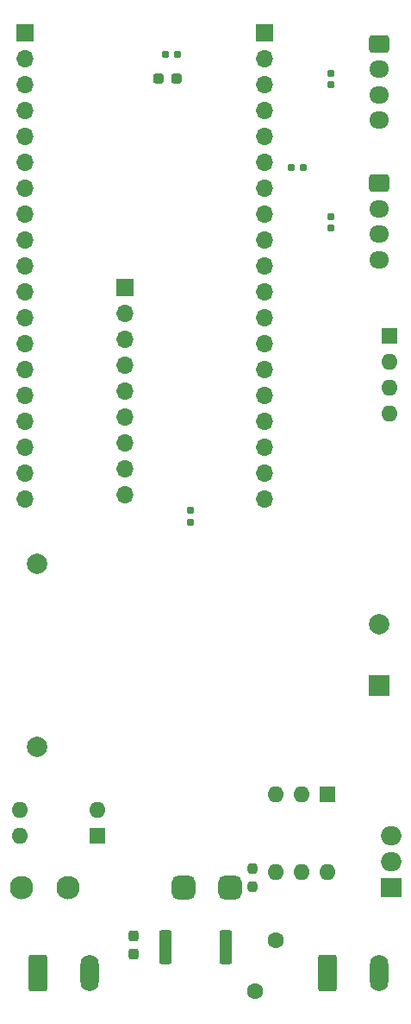
<source format=gbr>
%TF.GenerationSoftware,KiCad,Pcbnew,8.0.0*%
%TF.CreationDate,2024-02-27T14:42:45+08:00*%
%TF.ProjectId,esp32_temperature_controller,65737033-325f-4746-956d-706572617475,rev?*%
%TF.SameCoordinates,PX50e7ea0PY815a420*%
%TF.FileFunction,Soldermask,Top*%
%TF.FilePolarity,Negative*%
%FSLAX46Y46*%
G04 Gerber Fmt 4.6, Leading zero omitted, Abs format (unit mm)*
G04 Created by KiCad (PCBNEW 8.0.0) date 2024-02-27 14:42:45*
%MOMM*%
%LPD*%
G01*
G04 APERTURE LIST*
G04 Aperture macros list*
%AMRoundRect*
0 Rectangle with rounded corners*
0 $1 Rounding radius*
0 $2 $3 $4 $5 $6 $7 $8 $9 X,Y pos of 4 corners*
0 Add a 4 corners polygon primitive as box body*
4,1,4,$2,$3,$4,$5,$6,$7,$8,$9,$2,$3,0*
0 Add four circle primitives for the rounded corners*
1,1,$1+$1,$2,$3*
1,1,$1+$1,$4,$5*
1,1,$1+$1,$6,$7*
1,1,$1+$1,$8,$9*
0 Add four rect primitives between the rounded corners*
20,1,$1+$1,$2,$3,$4,$5,0*
20,1,$1+$1,$4,$5,$6,$7,0*
20,1,$1+$1,$6,$7,$8,$9,0*
20,1,$1+$1,$8,$9,$2,$3,0*%
G04 Aperture macros list end*
%ADD10R,1.600000X1.600000*%
%ADD11O,1.600000X1.600000*%
%ADD12RoundRect,0.160000X0.197500X0.160000X-0.197500X0.160000X-0.197500X-0.160000X0.197500X-0.160000X0*%
%ADD13RoundRect,0.250000X0.362500X1.425000X-0.362500X1.425000X-0.362500X-1.425000X0.362500X-1.425000X0*%
%ADD14C,1.600000*%
%ADD15RoundRect,0.250000X-0.725000X0.600000X-0.725000X-0.600000X0.725000X-0.600000X0.725000X0.600000X0*%
%ADD16O,1.950000X1.700000*%
%ADD17RoundRect,0.250000X-0.650000X-1.550000X0.650000X-1.550000X0.650000X1.550000X-0.650000X1.550000X0*%
%ADD18O,1.800000X3.600000*%
%ADD19RoundRect,0.155000X0.155000X-0.212500X0.155000X0.212500X-0.155000X0.212500X-0.155000X-0.212500X0*%
%ADD20RoundRect,0.237500X0.287500X0.237500X-0.287500X0.237500X-0.287500X-0.237500X0.287500X-0.237500X0*%
%ADD21RoundRect,0.237500X-0.237500X0.250000X-0.237500X-0.250000X0.237500X-0.250000X0.237500X0.250000X0*%
%ADD22RoundRect,0.237500X-0.237500X0.287500X-0.237500X-0.287500X0.237500X-0.287500X0.237500X0.287500X0*%
%ADD23RoundRect,0.160000X0.160000X-0.197500X0.160000X0.197500X-0.160000X0.197500X-0.160000X-0.197500X0*%
%ADD24RoundRect,0.575000X0.575000X0.575000X-0.575000X0.575000X-0.575000X-0.575000X0.575000X-0.575000X0*%
%ADD25C,2.300000*%
%ADD26R,2.000000X2.000000*%
%ADD27C,2.000000*%
%ADD28R,2.000000X1.905000*%
%ADD29O,2.000000X1.905000*%
%ADD30R,1.700000X1.700000*%
%ADD31O,1.700000X1.700000*%
G04 APERTURE END LIST*
D10*
%TO.C,U4*%
X31735000Y21072000D03*
D11*
X29195000Y21072000D03*
X26655000Y21072000D03*
X26655000Y13452000D03*
X29195000Y13452000D03*
X31735000Y13452000D03*
%TD*%
D12*
%TO.C,R9*%
X29414000Y82536000D03*
X28219000Y82536000D03*
%TD*%
D13*
%TO.C,R6*%
X21758500Y6096000D03*
X15833500Y6096000D03*
%TD*%
D14*
%TO.C,RV1*%
X24638000Y1778000D03*
X26638000Y6778000D03*
%TD*%
D15*
%TO.C,J6*%
X36830000Y81026000D03*
D16*
X36830000Y78526000D03*
X36830000Y76026000D03*
X36830000Y73526000D03*
%TD*%
D17*
%TO.C,J3*%
X3302000Y3556000D03*
D18*
X8382000Y3556000D03*
%TD*%
D19*
%TO.C,C5*%
X32064000Y90668500D03*
X32064000Y91803500D03*
%TD*%
D17*
%TO.C,J4*%
X31750000Y3556000D03*
D18*
X36830000Y3556000D03*
%TD*%
D15*
%TO.C,J5*%
X36830000Y94702000D03*
D16*
X36830000Y92202000D03*
X36830000Y89702000D03*
X36830000Y87202000D03*
%TD*%
D20*
%TO.C,D7*%
X16939000Y91286000D03*
X15189000Y91286000D03*
%TD*%
D21*
%TO.C,R1*%
X24384000Y13866500D03*
X24384000Y12041500D03*
%TD*%
D12*
%TO.C,R10*%
X17011500Y93636000D03*
X15816500Y93636000D03*
%TD*%
D22*
%TO.C,D6*%
X12700000Y7225000D03*
X12700000Y5475000D03*
%TD*%
D19*
%TO.C,C8*%
X32064000Y76618500D03*
X32064000Y77753500D03*
%TD*%
D10*
%TO.C,U3*%
X9134000Y17013000D03*
D11*
X9134000Y19553000D03*
X1514000Y19553000D03*
X1514000Y17013000D03*
%TD*%
D10*
%TO.C,J7*%
X37846000Y66070000D03*
D11*
X37846000Y63530000D03*
X37846000Y60990000D03*
X37846000Y58450000D03*
%TD*%
D23*
%TO.C,R4*%
X18264000Y47788500D03*
X18264000Y48983500D03*
%TD*%
D24*
%TO.C,F1*%
X22188000Y11938000D03*
X17588000Y11938000D03*
D25*
X6288000Y11938000D03*
X1688000Y11938000D03*
%TD*%
D26*
%TO.C,PS1*%
X36830000Y31750000D03*
D27*
X36830000Y37750000D03*
X3230000Y25750000D03*
X3230000Y43750000D03*
%TD*%
D28*
%TO.C,D5*%
X38029000Y11938000D03*
D29*
X38029000Y14478000D03*
X38029000Y17018000D03*
%TD*%
D30*
%TO.C,J8*%
X11864000Y70806000D03*
D31*
X11864000Y68266000D03*
X11864000Y65726000D03*
X11864000Y63186000D03*
X11864000Y60646000D03*
X11864000Y58106000D03*
X11864000Y55566000D03*
X11864000Y53026000D03*
X11864000Y50486000D03*
%TD*%
D30*
%TO.C,J1*%
X25557000Y95748000D03*
D31*
X25557000Y93208000D03*
X25557000Y90668000D03*
X25557000Y88128000D03*
X25557000Y85588000D03*
X25557000Y83048000D03*
X25557000Y80508000D03*
X25557000Y77968000D03*
X25557000Y75428000D03*
X25557000Y72888000D03*
X25557000Y70348000D03*
X25557000Y67808000D03*
X25557000Y65268000D03*
X25557000Y62728000D03*
X25557000Y60188000D03*
X25557000Y57648000D03*
X25557000Y55108000D03*
X25557000Y52568000D03*
X25557000Y50028000D03*
%TD*%
D30*
%TO.C,J2*%
X2057000Y95748000D03*
D31*
X2057000Y93208000D03*
X2057000Y90668000D03*
X2057000Y88128000D03*
X2057000Y85588000D03*
X2057000Y83048000D03*
X2057000Y80508000D03*
X2057000Y77968000D03*
X2057000Y75428000D03*
X2057000Y72888000D03*
X2057000Y70348000D03*
X2057000Y67808000D03*
X2057000Y65268000D03*
X2057000Y62728000D03*
X2057000Y60188000D03*
X2057000Y57648000D03*
X2057000Y55108000D03*
X2057000Y52568000D03*
X2057000Y50028000D03*
%TD*%
M02*

</source>
